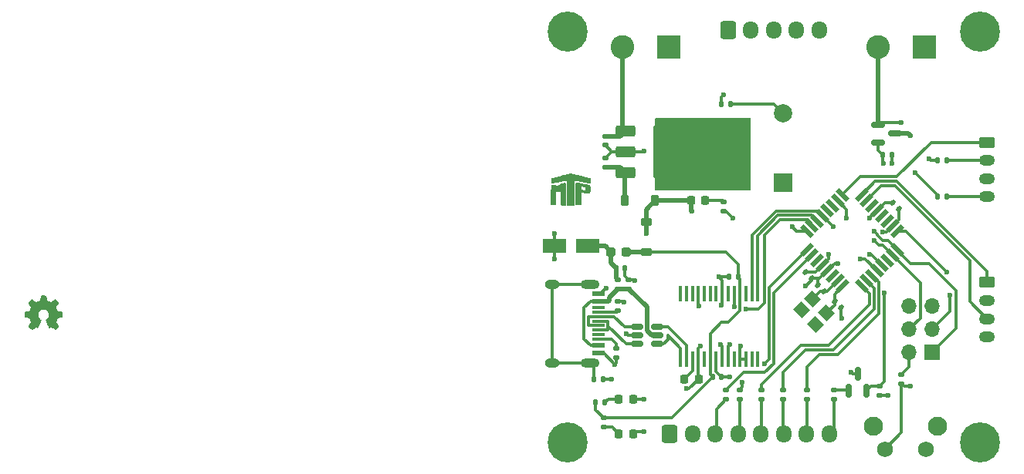
<source format=gtl>
%TF.GenerationSoftware,KiCad,Pcbnew,8.0.8-8.0.8-0~ubuntu24.04.1*%
%TF.CreationDate,2025-02-01T12:16:16-07:00*%
%TF.ProjectId,Control Board,436f6e74-726f-46c2-9042-6f6172642e6b,rev?*%
%TF.SameCoordinates,Original*%
%TF.FileFunction,Copper,L1,Top*%
%TF.FilePolarity,Positive*%
%FSLAX46Y46*%
G04 Gerber Fmt 4.6, Leading zero omitted, Abs format (unit mm)*
G04 Created by KiCad (PCBNEW 8.0.8-8.0.8-0~ubuntu24.04.1) date 2025-02-01 12:16:16*
%MOMM*%
%LPD*%
G01*
G04 APERTURE LIST*
G04 Aperture macros list*
%AMRoundRect*
0 Rectangle with rounded corners*
0 $1 Rounding radius*
0 $2 $3 $4 $5 $6 $7 $8 $9 X,Y pos of 4 corners*
0 Add a 4 corners polygon primitive as box body*
4,1,4,$2,$3,$4,$5,$6,$7,$8,$9,$2,$3,0*
0 Add four circle primitives for the rounded corners*
1,1,$1+$1,$2,$3*
1,1,$1+$1,$4,$5*
1,1,$1+$1,$6,$7*
1,1,$1+$1,$8,$9*
0 Add four rect primitives between the rounded corners*
20,1,$1+$1,$2,$3,$4,$5,0*
20,1,$1+$1,$4,$5,$6,$7,0*
20,1,$1+$1,$6,$7,$8,$9,0*
20,1,$1+$1,$8,$9,$2,$3,0*%
%AMRotRect*
0 Rectangle, with rotation*
0 The origin of the aperture is its center*
0 $1 length*
0 $2 width*
0 $3 Rotation angle, in degrees counterclockwise*
0 Add horizontal line*
21,1,$1,$2,0,0,$3*%
G04 Aperture macros list end*
%TA.AperFunction,EtchedComponent*%
%ADD10C,0.000000*%
%TD*%
%TA.AperFunction,SMDPad,CuDef*%
%ADD11RoundRect,0.135000X0.135000X0.185000X-0.135000X0.185000X-0.135000X-0.185000X0.135000X-0.185000X0*%
%TD*%
%TA.AperFunction,ComponentPad*%
%ADD12R,2.600000X2.600000*%
%TD*%
%TA.AperFunction,ComponentPad*%
%ADD13C,2.600000*%
%TD*%
%TA.AperFunction,ComponentPad*%
%ADD14RoundRect,0.250000X-0.625000X0.350000X-0.625000X-0.350000X0.625000X-0.350000X0.625000X0.350000X0*%
%TD*%
%TA.AperFunction,ComponentPad*%
%ADD15O,1.750000X1.200000*%
%TD*%
%TA.AperFunction,ComponentPad*%
%ADD16C,4.400000*%
%TD*%
%TA.AperFunction,SMDPad,CuDef*%
%ADD17RoundRect,0.140000X-0.170000X0.140000X-0.170000X-0.140000X0.170000X-0.140000X0.170000X0.140000X0*%
%TD*%
%TA.AperFunction,SMDPad,CuDef*%
%ADD18RoundRect,0.150000X0.150000X-0.587500X0.150000X0.587500X-0.150000X0.587500X-0.150000X-0.587500X0*%
%TD*%
%TA.AperFunction,SMDPad,CuDef*%
%ADD19RoundRect,0.135000X-0.135000X-0.185000X0.135000X-0.185000X0.135000X0.185000X-0.135000X0.185000X0*%
%TD*%
%TA.AperFunction,SMDPad,CuDef*%
%ADD20RoundRect,0.140000X-0.140000X-0.170000X0.140000X-0.170000X0.140000X0.170000X-0.140000X0.170000X0*%
%TD*%
%TA.AperFunction,SMDPad,CuDef*%
%ADD21R,1.450000X0.600000*%
%TD*%
%TA.AperFunction,SMDPad,CuDef*%
%ADD22R,1.450000X0.300000*%
%TD*%
%TA.AperFunction,HeatsinkPad*%
%ADD23O,2.100000X1.000000*%
%TD*%
%TA.AperFunction,HeatsinkPad*%
%ADD24O,1.600000X1.000000*%
%TD*%
%TA.AperFunction,SMDPad,CuDef*%
%ADD25RoundRect,0.250000X-0.850000X-0.350000X0.850000X-0.350000X0.850000X0.350000X-0.850000X0.350000X0*%
%TD*%
%TA.AperFunction,SMDPad,CuDef*%
%ADD26RoundRect,0.250000X-1.275000X-1.125000X1.275000X-1.125000X1.275000X1.125000X-1.275000X1.125000X0*%
%TD*%
%TA.AperFunction,SMDPad,CuDef*%
%ADD27RoundRect,0.249997X-2.950003X-2.650003X2.950003X-2.650003X2.950003X2.650003X-2.950003X2.650003X0*%
%TD*%
%TA.AperFunction,SMDPad,CuDef*%
%ADD28RoundRect,0.250000X1.050000X0.550000X-1.050000X0.550000X-1.050000X-0.550000X1.050000X-0.550000X0*%
%TD*%
%TA.AperFunction,SMDPad,CuDef*%
%ADD29RoundRect,0.135000X0.185000X-0.135000X0.185000X0.135000X-0.185000X0.135000X-0.185000X-0.135000X0*%
%TD*%
%TA.AperFunction,ComponentPad*%
%ADD30R,2.000000X2.000000*%
%TD*%
%TA.AperFunction,ComponentPad*%
%ADD31C,2.000000*%
%TD*%
%TA.AperFunction,SMDPad,CuDef*%
%ADD32R,0.450000X1.750000*%
%TD*%
%TA.AperFunction,SMDPad,CuDef*%
%ADD33RoundRect,0.135000X-0.185000X0.135000X-0.185000X-0.135000X0.185000X-0.135000X0.185000X0.135000X0*%
%TD*%
%TA.AperFunction,SMDPad,CuDef*%
%ADD34RoundRect,0.218750X0.218750X0.256250X-0.218750X0.256250X-0.218750X-0.256250X0.218750X-0.256250X0*%
%TD*%
%TA.AperFunction,SMDPad,CuDef*%
%ADD35RoundRect,0.237500X-0.287500X-0.237500X0.287500X-0.237500X0.287500X0.237500X-0.287500X0.237500X0*%
%TD*%
%TA.AperFunction,ComponentPad*%
%ADD36C,2.100000*%
%TD*%
%TA.AperFunction,ComponentPad*%
%ADD37C,1.750000*%
%TD*%
%TA.AperFunction,SMDPad,CuDef*%
%ADD38RoundRect,0.140000X0.219203X0.021213X0.021213X0.219203X-0.219203X-0.021213X-0.021213X-0.219203X0*%
%TD*%
%TA.AperFunction,ComponentPad*%
%ADD39R,1.700000X1.700000*%
%TD*%
%TA.AperFunction,ComponentPad*%
%ADD40O,1.700000X1.700000*%
%TD*%
%TA.AperFunction,ComponentPad*%
%ADD41RoundRect,0.250000X-0.600000X-0.725000X0.600000X-0.725000X0.600000X0.725000X-0.600000X0.725000X0*%
%TD*%
%TA.AperFunction,ComponentPad*%
%ADD42O,1.700000X1.950000*%
%TD*%
%TA.AperFunction,SMDPad,CuDef*%
%ADD43RoundRect,0.140000X-0.219203X-0.021213X-0.021213X-0.219203X0.219203X0.021213X0.021213X0.219203X0*%
%TD*%
%TA.AperFunction,SMDPad,CuDef*%
%ADD44RotRect,1.600000X0.550000X45.000000*%
%TD*%
%TA.AperFunction,SMDPad,CuDef*%
%ADD45RotRect,1.600000X0.550000X135.000000*%
%TD*%
%TA.AperFunction,SMDPad,CuDef*%
%ADD46RoundRect,0.140000X0.170000X-0.140000X0.170000X0.140000X-0.170000X0.140000X-0.170000X-0.140000X0*%
%TD*%
%TA.AperFunction,SMDPad,CuDef*%
%ADD47RoundRect,0.150000X-0.512500X-0.150000X0.512500X-0.150000X0.512500X0.150000X-0.512500X0.150000X0*%
%TD*%
%TA.AperFunction,SMDPad,CuDef*%
%ADD48RoundRect,0.147500X0.172500X-0.147500X0.172500X0.147500X-0.172500X0.147500X-0.172500X-0.147500X0*%
%TD*%
%TA.AperFunction,SMDPad,CuDef*%
%ADD49RoundRect,0.150000X-0.587500X-0.150000X0.587500X-0.150000X0.587500X0.150000X-0.587500X0.150000X0*%
%TD*%
%TA.AperFunction,SMDPad,CuDef*%
%ADD50RotRect,1.400000X1.200000X135.000000*%
%TD*%
%TA.AperFunction,SMDPad,CuDef*%
%ADD51RoundRect,0.225000X-0.375000X0.225000X-0.375000X-0.225000X0.375000X-0.225000X0.375000X0.225000X0*%
%TD*%
%TA.AperFunction,SMDPad,CuDef*%
%ADD52RoundRect,0.140000X0.140000X0.170000X-0.140000X0.170000X-0.140000X-0.170000X0.140000X-0.170000X0*%
%TD*%
%TA.AperFunction,SMDPad,CuDef*%
%ADD53RoundRect,0.225000X-0.225000X-0.250000X0.225000X-0.250000X0.225000X0.250000X-0.225000X0.250000X0*%
%TD*%
%TA.AperFunction,SMDPad,CuDef*%
%ADD54RoundRect,0.225000X0.225000X0.375000X-0.225000X0.375000X-0.225000X-0.375000X0.225000X-0.375000X0*%
%TD*%
%TA.AperFunction,ViaPad*%
%ADD55C,0.600000*%
%TD*%
%TA.AperFunction,Conductor*%
%ADD56C,0.300000*%
%TD*%
%TA.AperFunction,Conductor*%
%ADD57C,0.500000*%
%TD*%
G04 APERTURE END LIST*
D10*
%TA.AperFunction,EtchedComponent*%
%TO.C,G\u002A\u002A\u002A*%
G36*
X79905154Y-105033199D02*
G01*
X79958711Y-105034352D01*
X80251202Y-105041084D01*
X80299294Y-105310290D01*
X80320508Y-105419530D01*
X80341522Y-105511350D01*
X80359744Y-105575328D01*
X80371415Y-105600319D01*
X80410827Y-105623178D01*
X80478836Y-105652854D01*
X80561908Y-105684552D01*
X80646511Y-105713482D01*
X80719110Y-105734849D01*
X80766173Y-105743862D01*
X80774499Y-105743070D01*
X80805525Y-105725342D01*
X80866515Y-105686420D01*
X80947937Y-105632495D01*
X81019323Y-105584119D01*
X81234687Y-105436774D01*
X81433846Y-105634898D01*
X81512061Y-105714296D01*
X81575840Y-105782063D01*
X81618401Y-105830784D01*
X81633004Y-105852681D01*
X81620185Y-105879241D01*
X81585361Y-105936572D01*
X81533986Y-106016000D01*
X81477037Y-106100773D01*
X81321069Y-106329205D01*
X81377635Y-106442099D01*
X81417517Y-106528066D01*
X81452376Y-106613721D01*
X81462909Y-106643691D01*
X81473332Y-106676617D01*
X81484637Y-106701201D01*
X81503775Y-106720155D01*
X81537698Y-106736188D01*
X81593356Y-106752013D01*
X81677701Y-106770339D01*
X81797683Y-106793878D01*
X81897337Y-106813116D01*
X82053534Y-106843355D01*
X82053534Y-107130670D01*
X82053534Y-107417985D01*
X81800164Y-107468621D01*
X81672627Y-107495004D01*
X81585146Y-107516092D01*
X81530407Y-107534724D01*
X81501099Y-107553737D01*
X81489909Y-107575972D01*
X81488823Y-107589500D01*
X81479466Y-107626926D01*
X81454727Y-107694436D01*
X81419603Y-107778589D01*
X81412888Y-107793740D01*
X81336954Y-107963564D01*
X81484979Y-108177170D01*
X81545316Y-108265969D01*
X81593793Y-108340610D01*
X81624721Y-108392120D01*
X81633004Y-108410595D01*
X81616911Y-108434404D01*
X81573162Y-108484281D01*
X81508554Y-108552784D01*
X81434673Y-108627715D01*
X81236342Y-108825016D01*
X81012924Y-108677057D01*
X80789506Y-108529097D01*
X80679683Y-108582453D01*
X80614814Y-108610488D01*
X80569045Y-108623820D01*
X80556780Y-108622728D01*
X80544135Y-108597458D01*
X80516410Y-108534497D01*
X80476523Y-108440720D01*
X80427389Y-108323000D01*
X80371925Y-108188211D01*
X80359068Y-108156716D01*
X80174436Y-107703785D01*
X80306017Y-107587776D01*
X80422539Y-107464758D01*
X80494509Y-107338030D01*
X80525347Y-107200954D01*
X80527084Y-107158536D01*
X80510050Y-106993110D01*
X80455233Y-106851900D01*
X80389005Y-106758238D01*
X80263943Y-106645416D01*
X80121614Y-106576580D01*
X79966204Y-106552997D01*
X79801894Y-106575938D01*
X79794581Y-106578019D01*
X79644122Y-106645065D01*
X79523022Y-106746671D01*
X79435823Y-106876239D01*
X79387068Y-107027170D01*
X79380134Y-107179994D01*
X79397922Y-107298416D01*
X79434633Y-107399248D01*
X79496770Y-107493088D01*
X79590839Y-107590535D01*
X79678351Y-107665898D01*
X79730226Y-107708445D01*
X79539436Y-108163759D01*
X79481657Y-108301107D01*
X79430092Y-108422659D01*
X79387625Y-108521698D01*
X79357143Y-108591507D01*
X79341529Y-108625370D01*
X79340278Y-108627441D01*
X79315921Y-108622672D01*
X79262724Y-108601331D01*
X79221965Y-108582394D01*
X79112020Y-108528979D01*
X78948719Y-108637222D01*
X78863052Y-108693906D01*
X78785438Y-108745090D01*
X78730565Y-108781089D01*
X78724314Y-108785159D01*
X78697261Y-108801108D01*
X78673142Y-108805568D01*
X78644442Y-108793927D01*
X78603648Y-108761572D01*
X78543243Y-108703892D01*
X78465988Y-108626601D01*
X78388384Y-108547067D01*
X78325150Y-108479359D01*
X78283043Y-108430914D01*
X78268766Y-108409562D01*
X78281689Y-108383261D01*
X78316667Y-108326634D01*
X78368019Y-108248605D01*
X78416832Y-108177112D01*
X78564897Y-107963447D01*
X78502614Y-107823931D01*
X78466527Y-107738406D01*
X78437225Y-107660624D01*
X78423977Y-107618104D01*
X78403335Y-107563910D01*
X78381300Y-107535525D01*
X78347986Y-107524345D01*
X78278486Y-107506834D01*
X78183829Y-107485631D01*
X78101607Y-107468621D01*
X77848236Y-107417985D01*
X77848236Y-107130670D01*
X77848236Y-106843355D01*
X78004433Y-106813116D01*
X78151117Y-106784771D01*
X78257676Y-106763389D01*
X78331060Y-106746259D01*
X78378221Y-106730670D01*
X78406110Y-106713912D01*
X78421677Y-106693274D01*
X78431874Y-106666044D01*
X78438861Y-106643691D01*
X78467416Y-106567999D01*
X78506669Y-106478433D01*
X78525353Y-106439695D01*
X78583137Y-106324399D01*
X78425952Y-106098948D01*
X78363522Y-106007732D01*
X78312836Y-105930486D01*
X78279444Y-105875888D01*
X78268766Y-105853260D01*
X78284867Y-105829315D01*
X78328661Y-105779278D01*
X78393384Y-105710561D01*
X78469113Y-105633716D01*
X78669460Y-105434410D01*
X78900552Y-105592194D01*
X78993094Y-105654310D01*
X79071440Y-105704899D01*
X79126999Y-105738546D01*
X79150773Y-105749889D01*
X79192381Y-105740413D01*
X79260629Y-105716061D01*
X79342291Y-105682622D01*
X79424143Y-105645883D01*
X79492959Y-105611630D01*
X79535515Y-105585650D01*
X79542425Y-105578508D01*
X79554283Y-105541298D01*
X79571586Y-105469469D01*
X79591380Y-105375724D01*
X79600373Y-105329448D01*
X79619932Y-105228453D01*
X79637506Y-105142068D01*
X79650333Y-105083691D01*
X79653743Y-105070397D01*
X79663353Y-105052418D01*
X79685134Y-105040673D01*
X79727250Y-105034198D01*
X79797868Y-105032029D01*
X79905154Y-105033199D01*
G37*
%TD.AperFunction*%
%TA.AperFunction,EtchedComponent*%
%TO.C,REF\u002A\u002A*%
G36*
X138828696Y-91887890D02*
G01*
X138944269Y-91915779D01*
X139056524Y-91942887D01*
X139164846Y-91969064D01*
X139268622Y-91994162D01*
X139367238Y-92018031D01*
X139460079Y-92040523D01*
X139546533Y-92061488D01*
X139625985Y-92080776D01*
X139697821Y-92098240D01*
X139761428Y-92113730D01*
X139816191Y-92127097D01*
X139861497Y-92138191D01*
X139896731Y-92146864D01*
X139921281Y-92152966D01*
X139934532Y-92156349D01*
X139936802Y-92157010D01*
X139937335Y-92163624D01*
X139937931Y-92181520D01*
X139938568Y-92209354D01*
X139939222Y-92245780D01*
X139939871Y-92289453D01*
X139940489Y-92339029D01*
X139941056Y-92393163D01*
X139941255Y-92414914D01*
X139943500Y-92670470D01*
X139836167Y-92685754D01*
X139728834Y-92701039D01*
X138968034Y-92555316D01*
X138871473Y-92536823D01*
X138778075Y-92518939D01*
X138688621Y-92501815D01*
X138603894Y-92485600D01*
X138524673Y-92470442D01*
X138451741Y-92456492D01*
X138385878Y-92443899D01*
X138327866Y-92432811D01*
X138278487Y-92423380D01*
X138238521Y-92415753D01*
X138208750Y-92410080D01*
X138189955Y-92406512D01*
X138183267Y-92405257D01*
X138159300Y-92400921D01*
X138163767Y-93767588D01*
X138168235Y-95134254D01*
X138128406Y-95138417D01*
X138114483Y-95139230D01*
X138089995Y-95139952D01*
X138056230Y-95140585D01*
X138014476Y-95141127D01*
X137966022Y-95141578D01*
X137912155Y-95141939D01*
X137854164Y-95142210D01*
X137793337Y-95142390D01*
X137730962Y-95142480D01*
X137668327Y-95142480D01*
X137606720Y-95142390D01*
X137547431Y-95142209D01*
X137491745Y-95141937D01*
X137440953Y-95141576D01*
X137396342Y-95141124D01*
X137359200Y-95140582D01*
X137330816Y-95139950D01*
X137312477Y-95139227D01*
X137305471Y-95138414D01*
X137305468Y-95138411D01*
X137305089Y-95131791D01*
X137304757Y-95113121D01*
X137304472Y-95082977D01*
X137304234Y-95041938D01*
X137304043Y-94990580D01*
X137303899Y-94929480D01*
X137303803Y-94859215D01*
X137303753Y-94780363D01*
X137303751Y-94693501D01*
X137303796Y-94599205D01*
X137303888Y-94498054D01*
X137304027Y-94390623D01*
X137304213Y-94277490D01*
X137304446Y-94159233D01*
X137304727Y-94036428D01*
X137305054Y-93909653D01*
X137305429Y-93779484D01*
X137305461Y-93768775D01*
X137309624Y-92403308D01*
X137284901Y-92408813D01*
X137259010Y-92414443D01*
X137223156Y-92422034D01*
X137178276Y-92431399D01*
X137125305Y-92442349D01*
X137065180Y-92454697D01*
X136998837Y-92468256D01*
X136927211Y-92482838D01*
X136851238Y-92498255D01*
X136771855Y-92514319D01*
X136689996Y-92530842D01*
X136606598Y-92547638D01*
X136522597Y-92564518D01*
X136438929Y-92581295D01*
X136356530Y-92597780D01*
X136276335Y-92613787D01*
X136199280Y-92629127D01*
X136126301Y-92643613D01*
X136058335Y-92657058D01*
X135996317Y-92669273D01*
X135941182Y-92680070D01*
X135893868Y-92689263D01*
X135855309Y-92696663D01*
X135826441Y-92702083D01*
X135808202Y-92705336D01*
X135801715Y-92706255D01*
X135785407Y-92705329D01*
X135761440Y-92702858D01*
X135732400Y-92699232D01*
X135700873Y-92694839D01*
X135669443Y-92690069D01*
X135640695Y-92685311D01*
X135617216Y-92680955D01*
X135601591Y-92677390D01*
X135596462Y-92675345D01*
X135595581Y-92667969D01*
X135595012Y-92649650D01*
X135594727Y-92622037D01*
X135594702Y-92586779D01*
X135594911Y-92545525D01*
X135595327Y-92499923D01*
X135595925Y-92451623D01*
X135596679Y-92402274D01*
X135597563Y-92353524D01*
X135598551Y-92307022D01*
X135599617Y-92264418D01*
X135600736Y-92227359D01*
X135601881Y-92197495D01*
X135603027Y-92176475D01*
X135604148Y-92165948D01*
X135604470Y-92165088D01*
X135611002Y-92163041D01*
X135629145Y-92158042D01*
X135658272Y-92150256D01*
X135697755Y-92139843D01*
X135746967Y-92126965D01*
X135805281Y-92111786D01*
X135872070Y-92094466D01*
X135946707Y-92075168D01*
X136028565Y-92054054D01*
X136117016Y-92031286D01*
X136211433Y-92007026D01*
X136311190Y-91981437D01*
X136415660Y-91954680D01*
X136524214Y-91926917D01*
X136636226Y-91898311D01*
X136666030Y-91890707D01*
X137722797Y-91621118D01*
X138828696Y-91887890D01*
G37*
%TD.AperFunction*%
%TA.AperFunction,EtchedComponent*%
G36*
X139088477Y-92758890D02*
G01*
X139195439Y-92777612D01*
X139290708Y-92794297D01*
X139375018Y-92809132D01*
X139449108Y-92822300D01*
X139513712Y-92833988D01*
X139569568Y-92844380D01*
X139617411Y-92853662D01*
X139657979Y-92862020D01*
X139692007Y-92869638D01*
X139720232Y-92876702D01*
X139743391Y-92883396D01*
X139762218Y-92889907D01*
X139777452Y-92896420D01*
X139789828Y-92903119D01*
X139800082Y-92910191D01*
X139808952Y-92917819D01*
X139817173Y-92926191D01*
X139825482Y-92935490D01*
X139834614Y-92945902D01*
X139835433Y-92946822D01*
X139874860Y-93000063D01*
X139907277Y-93062982D01*
X139932246Y-93134476D01*
X139949327Y-93213441D01*
X139953549Y-93244237D01*
X139956998Y-93285286D01*
X139958739Y-93332397D01*
X139958877Y-93382803D01*
X139957515Y-93433739D01*
X139954757Y-93482439D01*
X139950708Y-93526137D01*
X139945469Y-93562066D01*
X139940874Y-93582078D01*
X139919394Y-93641620D01*
X139892589Y-93692134D01*
X139861094Y-93732842D01*
X139825545Y-93762965D01*
X139786577Y-93781727D01*
X139775272Y-93784807D01*
X139760097Y-93787338D01*
X139734948Y-93790478D01*
X139702447Y-93793945D01*
X139665215Y-93797458D01*
X139630972Y-93800335D01*
X139514169Y-93809569D01*
X139233209Y-93782499D01*
X139175073Y-93776929D01*
X139120926Y-93771800D01*
X139072037Y-93767228D01*
X139029675Y-93763330D01*
X138995108Y-93760221D01*
X138969603Y-93758017D01*
X138954429Y-93756834D01*
X138950585Y-93756689D01*
X138950408Y-93763042D01*
X138950373Y-93781128D01*
X138950472Y-93810052D01*
X138950698Y-93848920D01*
X138951043Y-93896839D01*
X138951500Y-93952914D01*
X138952062Y-94016251D01*
X138952722Y-94085957D01*
X138953471Y-94161137D01*
X138954304Y-94240897D01*
X138955213Y-94324343D01*
X138955226Y-94325569D01*
X138956176Y-94412230D01*
X138957084Y-94497477D01*
X138957940Y-94580161D01*
X138958734Y-94659134D01*
X138959454Y-94733249D01*
X138960089Y-94801357D01*
X138960630Y-94862311D01*
X138961065Y-94914963D01*
X138961383Y-94958165D01*
X138961574Y-94990768D01*
X138961627Y-95007875D01*
X138961720Y-95122561D01*
X138915946Y-95126026D01*
X138898413Y-95126897D01*
X138869991Y-95127757D01*
X138832418Y-95128591D01*
X138787433Y-95129384D01*
X138736774Y-95130118D01*
X138682179Y-95130780D01*
X138625386Y-95131352D01*
X138568134Y-95131820D01*
X138512162Y-95132167D01*
X138459207Y-95132379D01*
X138411007Y-95132438D01*
X138369302Y-95132330D01*
X138335830Y-95132039D01*
X138312328Y-95131550D01*
X138310570Y-95131488D01*
X138256064Y-95129482D01*
X138252286Y-94862964D01*
X138251830Y-94825063D01*
X138251367Y-94775501D01*
X138250900Y-94715245D01*
X138250435Y-94645261D01*
X138249974Y-94566515D01*
X138249524Y-94479974D01*
X138249087Y-94386605D01*
X138248668Y-94287373D01*
X138248272Y-94183245D01*
X138247903Y-94075189D01*
X138247565Y-93964169D01*
X138247263Y-93851153D01*
X138247000Y-93737107D01*
X138246811Y-93639920D01*
X138246032Y-93200584D01*
X138943743Y-93200584D01*
X138943794Y-93239786D01*
X138944102Y-93279653D01*
X138944654Y-93318193D01*
X138945437Y-93353413D01*
X138946440Y-93383321D01*
X138947650Y-93405922D01*
X138949054Y-93419225D01*
X138949890Y-93421842D01*
X138956943Y-93423591D01*
X138974631Y-93426486D01*
X139001036Y-93430295D01*
X139034242Y-93434783D01*
X139072331Y-93439715D01*
X139113386Y-93444858D01*
X139155491Y-93449978D01*
X139196728Y-93454840D01*
X139235181Y-93459211D01*
X139268931Y-93462856D01*
X139296063Y-93465540D01*
X139314659Y-93467031D01*
X139321601Y-93467238D01*
X139335031Y-93465476D01*
X139344418Y-93459655D01*
X139353180Y-93446839D01*
X139359483Y-93434725D01*
X139366984Y-93418118D01*
X139371643Y-93402279D01*
X139374079Y-93383420D01*
X139374907Y-93357753D01*
X139374905Y-93340019D01*
X139373991Y-93305631D01*
X139371287Y-93279516D01*
X139366156Y-93257376D01*
X139360169Y-93240375D01*
X139341581Y-93202125D01*
X139319067Y-93170217D01*
X139294592Y-93147215D01*
X139283719Y-93140582D01*
X139273204Y-93137403D01*
X139252332Y-93132764D01*
X139223239Y-93127024D01*
X139188065Y-93120540D01*
X139148946Y-93113671D01*
X139108020Y-93106775D01*
X139067426Y-93100209D01*
X139029302Y-93094332D01*
X138995785Y-93089502D01*
X138969013Y-93086078D01*
X138951125Y-93084416D01*
X138947775Y-93084315D01*
X138946356Y-93090294D01*
X138945255Y-93106904D01*
X138944461Y-93132150D01*
X138943961Y-93164042D01*
X138943743Y-93200584D01*
X138246032Y-93200584D01*
X138245116Y-92683395D01*
X138349774Y-92665616D01*
X138454433Y-92647836D01*
X139088477Y-92758890D01*
G37*
%TD.AperFunction*%
%TA.AperFunction,EtchedComponent*%
G36*
X137131206Y-92667861D02*
G01*
X137166732Y-92673730D01*
X137197872Y-92679384D01*
X137222492Y-92684395D01*
X137238461Y-92688334D01*
X137243575Y-92690428D01*
X137244000Y-92697156D01*
X137244372Y-92715761D01*
X137244692Y-92745502D01*
X137244961Y-92785633D01*
X137245183Y-92835412D01*
X137245357Y-92894094D01*
X137245487Y-92960935D01*
X137245573Y-93035192D01*
X137245617Y-93116121D01*
X137245621Y-93202978D01*
X137245587Y-93295019D01*
X137245516Y-93391501D01*
X137245410Y-93491680D01*
X137245271Y-93594811D01*
X137245100Y-93700151D01*
X137244899Y-93806956D01*
X137244669Y-93914483D01*
X137244413Y-94021988D01*
X137244132Y-94128726D01*
X137243828Y-94233954D01*
X137243502Y-94336929D01*
X137243155Y-94436906D01*
X137242791Y-94533141D01*
X137242410Y-94624892D01*
X137242014Y-94711413D01*
X137241605Y-94791961D01*
X137241184Y-94865793D01*
X137240753Y-94932164D01*
X137240314Y-94990331D01*
X137239869Y-95039550D01*
X137239418Y-95079077D01*
X137238965Y-95108168D01*
X137238509Y-95126080D01*
X137238078Y-95132063D01*
X137230458Y-95133518D01*
X137211645Y-95134788D01*
X137183072Y-95135856D01*
X137146173Y-95136710D01*
X137102379Y-95137334D01*
X137053126Y-95137715D01*
X136999845Y-95137838D01*
X136943969Y-95137689D01*
X136886933Y-95137254D01*
X136830169Y-95136518D01*
X136815064Y-95136266D01*
X136635123Y-95133109D01*
X136636678Y-94678523D01*
X136637020Y-94590647D01*
X136637465Y-94496350D01*
X136637995Y-94398032D01*
X136638595Y-94298088D01*
X136639250Y-94198918D01*
X136639943Y-94102919D01*
X136640658Y-94012490D01*
X136641381Y-93930027D01*
X136642055Y-93861681D01*
X136645878Y-93499425D01*
X136581773Y-93552310D01*
X136555372Y-93573892D01*
X136530237Y-93594090D01*
X136509129Y-93610706D01*
X136494813Y-93621540D01*
X136494317Y-93621896D01*
X136470967Y-93638598D01*
X136360477Y-93627946D01*
X136249988Y-93617295D01*
X136184888Y-93577430D01*
X136159649Y-93562252D01*
X136138592Y-93550118D01*
X136123867Y-93542227D01*
X136117623Y-93539782D01*
X136117584Y-93539811D01*
X136117238Y-93546284D01*
X136116767Y-93564623D01*
X136116183Y-93594068D01*
X136115496Y-93633859D01*
X136114716Y-93683236D01*
X136113855Y-93741439D01*
X136112924Y-93807707D01*
X136111932Y-93881279D01*
X136110891Y-93961397D01*
X136109811Y-94047300D01*
X136108703Y-94138227D01*
X136107578Y-94233418D01*
X136106488Y-94328438D01*
X136105335Y-94427133D01*
X136104153Y-94522371D01*
X136102953Y-94613385D01*
X136101750Y-94699407D01*
X136100555Y-94779670D01*
X136099382Y-94853408D01*
X136098244Y-94919853D01*
X136097155Y-94978238D01*
X136096127Y-95027796D01*
X136095174Y-95067760D01*
X136094308Y-95097363D01*
X136093543Y-95115837D01*
X136092920Y-95122386D01*
X136088413Y-95124361D01*
X136077003Y-95125996D01*
X136057864Y-95127314D01*
X136030167Y-95128337D01*
X135993085Y-95129089D01*
X135945792Y-95129594D01*
X135887459Y-95129873D01*
X135823441Y-95129952D01*
X135558638Y-95129952D01*
X135558775Y-95005257D01*
X135558899Y-94977599D01*
X135559214Y-94939589D01*
X135559706Y-94892027D01*
X135560363Y-94835713D01*
X135561172Y-94771448D01*
X135562119Y-94700033D01*
X135563192Y-94622268D01*
X135564378Y-94538953D01*
X135565663Y-94450890D01*
X135567035Y-94358879D01*
X135568481Y-94263720D01*
X135569988Y-94166215D01*
X135571542Y-94067163D01*
X135573131Y-93967365D01*
X135574742Y-93867622D01*
X135576362Y-93768734D01*
X135577977Y-93671503D01*
X135579575Y-93576728D01*
X135581143Y-93485210D01*
X135582668Y-93397750D01*
X135584136Y-93315148D01*
X135585535Y-93238205D01*
X135586852Y-93167721D01*
X135588074Y-93104498D01*
X135589188Y-93049335D01*
X135590180Y-93003033D01*
X135591039Y-92966393D01*
X135591750Y-92940215D01*
X135592301Y-92925300D01*
X135592585Y-92921989D01*
X135599447Y-92919955D01*
X135616986Y-92915979D01*
X135643465Y-92910420D01*
X135677144Y-92903637D01*
X135716285Y-92895989D01*
X135746134Y-92890288D01*
X135896421Y-92861848D01*
X136006910Y-92875792D01*
X136117400Y-92889736D01*
X136220322Y-92946404D01*
X136253073Y-92964183D01*
X136282107Y-92979460D01*
X136305597Y-92991315D01*
X136321718Y-92998827D01*
X136328634Y-93001076D01*
X136334531Y-92996583D01*
X136348761Y-92984762D01*
X136370163Y-92966607D01*
X136397574Y-92943112D01*
X136429830Y-92915274D01*
X136465771Y-92884086D01*
X136489588Y-92863335D01*
X136527519Y-92830372D01*
X136562763Y-92799999D01*
X136594107Y-92773242D01*
X136620339Y-92751127D01*
X136640246Y-92734680D01*
X136652614Y-92724926D01*
X136655922Y-92722708D01*
X136664724Y-92720320D01*
X136684267Y-92715987D01*
X136712873Y-92710050D01*
X136748863Y-92702849D01*
X136790560Y-92694724D01*
X136836284Y-92686015D01*
X136845107Y-92684357D01*
X137023523Y-92650888D01*
X137131206Y-92667861D01*
G37*
%TD.AperFunction*%
%TD*%
D11*
%TO.P,R5,1*%
%TO.N,/Microcontroller/RXL_A*%
X141510000Y-116800000D03*
%TO.P,R5,2*%
%TO.N,VBUS*%
X140490000Y-116800000D03*
%TD*%
D12*
%TO.P,J1,1,Pin_1*%
%TO.N,GND*%
X148480000Y-77695000D03*
D13*
%TO.P,J1,2,Pin_2*%
%TO.N,+9V*%
X143400000Y-77695000D03*
%TD*%
D14*
%TO.P,J7,1,Pin_1*%
%TO.N,BTN2*%
X183400000Y-103600000D03*
D15*
%TO.P,J7,2,Pin_2*%
%TO.N,GND*%
X183400000Y-105600000D03*
%TO.P,J7,3,Pin_3*%
%TO.N,BTN1*%
X183400000Y-107600000D03*
%TO.P,J7,4,Pin_4*%
%TO.N,GND*%
X183400000Y-109600000D03*
%TD*%
D16*
%TO.P,H3,1,1*%
%TO.N,GND*%
X182600000Y-76000000D03*
%TD*%
D17*
%TO.P,C15,1*%
%TO.N,GND*%
X141521573Y-89941573D03*
%TO.P,C15,2*%
%TO.N,+5V*%
X141521573Y-90901573D03*
%TD*%
D18*
%TO.P,Q4,1,D*%
%TO.N,Net-(Q4-D)*%
X168250000Y-115537500D03*
%TO.P,Q4,2,G*%
%TO.N,IDE_A3*%
X170150000Y-115537500D03*
%TO.P,Q4,3,S*%
%TO.N,GND*%
X169200000Y-113662500D03*
%TD*%
D19*
%TO.P,R16,1*%
%TO.N,AVR_SSR1*%
X171952500Y-89600000D03*
%TO.P,R16,2*%
%TO.N,GND*%
X172972500Y-89600000D03*
%TD*%
D20*
%TO.P,C1,1*%
%TO.N,GND*%
X155120000Y-103000000D03*
%TO.P,C1,2*%
%TO.N,VBUS*%
X156080000Y-103000000D03*
%TD*%
D21*
%TO.P,J2,A1,GND*%
%TO.N,GND*%
X140766573Y-104841573D03*
%TO.P,J2,A4,VBUS*%
%TO.N,/Power Supply and USB/VBUS_IN*%
X140766573Y-105641573D03*
D22*
%TO.P,J2,A5,CC1*%
%TO.N,/Power Supply and USB/CC1*%
X140766573Y-106841573D03*
%TO.P,J2,A6,D+*%
%TO.N,/Power Supply and USB/D+_IN*%
X140766573Y-107841573D03*
%TO.P,J2,A7,D-*%
%TO.N,/Power Supply and USB/D-_IN*%
X140766573Y-108341573D03*
%TO.P,J2,A8*%
%TO.N,N/C*%
X140766573Y-109341573D03*
D21*
%TO.P,J2,A9,VBUS*%
%TO.N,/Power Supply and USB/VBUS_IN*%
X140766573Y-110541573D03*
%TO.P,J2,A12,GND*%
%TO.N,GND*%
X140766573Y-111341573D03*
%TO.P,J2,B1,GND*%
X140766573Y-111341573D03*
%TO.P,J2,B4,VBUS*%
%TO.N,/Power Supply and USB/VBUS_IN*%
X140766573Y-110541573D03*
D22*
%TO.P,J2,B5,CC2*%
%TO.N,/Power Supply and USB/CC2*%
X140766573Y-109841573D03*
%TO.P,J2,B6,D+*%
%TO.N,/Power Supply and USB/D+_IN*%
X140766573Y-108841573D03*
%TO.P,J2,B7,D-*%
%TO.N,/Power Supply and USB/D-_IN*%
X140766573Y-107341573D03*
%TO.P,J2,B8*%
%TO.N,N/C*%
X140766573Y-106341573D03*
D21*
%TO.P,J2,B9,VBUS*%
%TO.N,/Power Supply and USB/VBUS_IN*%
X140766573Y-105641573D03*
%TO.P,J2,B12,GND*%
%TO.N,GND*%
X140766573Y-104841573D03*
D23*
%TO.P,J2,S1,SHIELD*%
%TO.N,Net-(J2-SHIELD)*%
X139851573Y-103771573D03*
D24*
X135671573Y-103771573D03*
D23*
X139851573Y-112411573D03*
D24*
X135671573Y-112411573D03*
%TD*%
D25*
%TO.P,U1,1,IN*%
%TO.N,+9V*%
X143721573Y-86941573D03*
%TO.P,U1,2,GND*%
%TO.N,GND*%
X143721573Y-89221573D03*
D26*
X148346573Y-87696573D03*
X148346573Y-90746573D03*
D27*
X150021573Y-89221573D03*
D26*
X151696573Y-87696573D03*
X151696573Y-90746573D03*
D25*
%TO.P,U1,3,OUT*%
%TO.N,+5V*%
X143721573Y-91501573D03*
%TD*%
D14*
%TO.P,J5,1,Pin_1*%
%TO.N,HI_HEAT_LED*%
X183400000Y-88200000D03*
D15*
%TO.P,J5,2,Pin_2*%
%TO.N,HI_HEAT_K*%
X183400000Y-90200000D03*
%TO.P,J5,3,Pin_3*%
%TO.N,+9V*%
X183400000Y-92200000D03*
%TO.P,J5,4,Pin_4*%
%TO.N,/Connectors/SSR1_LED_K*%
X183400000Y-94200000D03*
%TD*%
D12*
%TO.P,J8,1,Pin_1*%
%TO.N,+9V*%
X176545000Y-77695000D03*
D13*
%TO.P,J8,2,Pin_2*%
%TO.N,Net-(J8-Pin_2)*%
X171465000Y-77695000D03*
%TD*%
D11*
%TO.P,R13,1*%
%TO.N,HI_HEAT_K*%
X179000000Y-90200000D03*
%TO.P,R13,2*%
%TO.N,GND*%
X177980000Y-90200000D03*
%TD*%
D28*
%TO.P,C13,1*%
%TO.N,Net-(C13-Pad1)*%
X139600000Y-99621573D03*
%TO.P,C13,2*%
%TO.N,GND*%
X136000000Y-99621573D03*
%TD*%
D29*
%TO.P,R1,1*%
%TO.N,GND*%
X142721573Y-111841573D03*
%TO.P,R1,2*%
%TO.N,/Power Supply and USB/CC2*%
X142721573Y-110821573D03*
%TD*%
D30*
%TO.P,BZ1,1,+*%
%TO.N,/Microcontroller/BUZZER*%
X161000000Y-92600000D03*
D31*
%TO.P,BZ1,2,-*%
%TO.N,Net-(BZ1--)*%
X161000000Y-85000000D03*
%TD*%
D32*
%TO.P,U3,1,TXD*%
%TO.N,/Microcontroller/AVR_RX*%
X158250000Y-104800000D03*
%TO.P,U3,2,DTR*%
%TO.N,AVR_RST*%
X157600000Y-104800000D03*
%TO.P,U3,3,RTS*%
%TO.N,unconnected-(U3-RTS-Pad3)*%
X156950000Y-104800000D03*
%TO.P,U3,4,VCCIO*%
%TO.N,VBUS*%
X156300000Y-104800000D03*
%TO.P,U3,5,RXD*%
%TO.N,/Microcontroller/AVR_TX*%
X155650000Y-104800000D03*
%TO.P,U3,6,RI*%
%TO.N,unconnected-(U3-RI-Pad6)*%
X155000000Y-104800000D03*
%TO.P,U3,7,GND*%
%TO.N,GND*%
X154350000Y-104800000D03*
%TO.P,U3,8*%
%TO.N,N/C*%
X153700000Y-104800000D03*
%TO.P,U3,9,DCR*%
%TO.N,unconnected-(U3-DCR-Pad9)*%
X153050000Y-104800000D03*
%TO.P,U3,10,DCD*%
%TO.N,unconnected-(U3-DCD-Pad10)*%
X152400000Y-104800000D03*
%TO.P,U3,11,CTS*%
%TO.N,GND*%
X151750000Y-104800000D03*
%TO.P,U3,12,CBUS4*%
%TO.N,unconnected-(U3-CBUS4-Pad12)*%
X151100000Y-104800000D03*
%TO.P,U3,13,CBUS2*%
%TO.N,unconnected-(U3-CBUS2-Pad13)*%
X150450000Y-104800000D03*
%TO.P,U3,14,CBUS3*%
%TO.N,unconnected-(U3-CBUS3-Pad14)*%
X149800000Y-104800000D03*
%TO.P,U3,15,USBD+*%
%TO.N,USB_DP*%
X149800000Y-112000000D03*
%TO.P,U3,16,USBD-*%
%TO.N,USB_DM*%
X150450000Y-112000000D03*
%TO.P,U3,17,3V3OUT*%
%TO.N,+3V3*%
X151100000Y-112000000D03*
%TO.P,U3,18,GND*%
%TO.N,GND*%
X151750000Y-112000000D03*
%TO.P,U3,19,~{RESET}*%
%TO.N,unconnected-(U3-~{RESET}-Pad19)*%
X152400000Y-112000000D03*
%TO.P,U3,20,VCC*%
%TO.N,VBUS*%
X153050000Y-112000000D03*
%TO.P,U3,21,GND*%
%TO.N,GND*%
X153700000Y-112000000D03*
%TO.P,U3,22,CBUS1*%
%TO.N,/Microcontroller/RXL_K*%
X154350000Y-112000000D03*
%TO.P,U3,23,CBUS0*%
%TO.N,/Microcontroller/TXL_K*%
X155000000Y-112000000D03*
%TO.P,U3,24*%
%TO.N,N/C*%
X155650000Y-112000000D03*
%TO.P,U3,25,AGND*%
%TO.N,GND*%
X156300000Y-112000000D03*
%TO.P,U3,26,TEST*%
X156950000Y-112000000D03*
%TO.P,U3,27,OSCI*%
%TO.N,unconnected-(U3-OSCI-Pad27)*%
X157600000Y-112000000D03*
%TO.P,U3,28,OSCO*%
%TO.N,unconnected-(U3-OSCO-Pad28)*%
X158250000Y-112000000D03*
%TD*%
D33*
%TO.P,R21,1*%
%TO.N,Net-(U5-PD6)*%
X161050000Y-115427500D03*
%TO.P,R21,2*%
%TO.N,LCD_DIN*%
X161050000Y-116447500D03*
%TD*%
D17*
%TO.P,C4,1*%
%TO.N,GND*%
X144121573Y-103341573D03*
%TO.P,C4,2*%
%TO.N,/Power Supply and USB/VBUS_IN*%
X144121573Y-104301573D03*
%TD*%
D34*
%TO.P,D8,1,K*%
%TO.N,Net-(D8-K)*%
X152509073Y-94621573D03*
%TO.P,D8,2,A*%
%TO.N,VCC*%
X150934073Y-94621573D03*
%TD*%
D33*
%TO.P,R19,1*%
%TO.N,Net-(U5-PD4)*%
X154800000Y-115427500D03*
%TO.P,R19,2*%
%TO.N,LCD_CS*%
X154800000Y-116447500D03*
%TD*%
D34*
%TO.P,D2,1,K*%
%TO.N,/Microcontroller/TXL_K*%
X144587500Y-120200000D03*
%TO.P,D2,2,A*%
%TO.N,/Microcontroller/TXL_A*%
X143012500Y-120200000D03*
%TD*%
D35*
%TO.P,F2,1*%
%TO.N,Net-(C13-Pad1)*%
X142125000Y-100221573D03*
%TO.P,F2,2*%
%TO.N,VBUS*%
X143875000Y-100221573D03*
%TD*%
D36*
%TO.P,SW1,*%
%TO.N,*%
X177950000Y-119400000D03*
X170940000Y-119400000D03*
D37*
%TO.P,SW1,1,1*%
%TO.N,GND*%
X176700000Y-121890000D03*
%TO.P,SW1,2,2*%
%TO.N,AVR_RST*%
X172200000Y-121890000D03*
%TD*%
D38*
%TO.P,C9,1*%
%TO.N,GND*%
X167339411Y-106339411D03*
%TO.P,C9,2*%
%TO.N,/Microcontroller/XTAL2*%
X166660589Y-105660589D03*
%TD*%
D39*
%TO.P,J6,1,Pin_1*%
%TO.N,TC_DAT*%
X177400000Y-111280000D03*
D40*
%TO.P,J6,2,Pin_2*%
%TO.N,VCC*%
X174860000Y-111280000D03*
%TO.P,J6,3,Pin_3*%
%TO.N,ICSP_13*%
X177400000Y-108740000D03*
%TO.P,J6,4,Pin_4*%
%TO.N,TC_CS*%
X174860000Y-108740000D03*
%TO.P,J6,5,Pin_5*%
%TO.N,AVR_RST*%
X177400000Y-106200000D03*
%TO.P,J6,6,Pin_6*%
%TO.N,GND*%
X174860000Y-106200000D03*
%TD*%
D41*
%TO.P,J3,1,Pin_1*%
%TO.N,GND*%
X155000000Y-75896573D03*
D42*
%TO.P,J3,2,Pin_2*%
%TO.N,VCC*%
X157500000Y-75896573D03*
%TO.P,J3,3,Pin_3*%
%TO.N,TC_CLK*%
X160000000Y-75896573D03*
%TO.P,J3,4,Pin_4*%
%TO.N,TC_CS*%
X162500000Y-75896573D03*
%TO.P,J3,5,Pin_5*%
%TO.N,TC_DAT*%
X165000000Y-75896573D03*
%TD*%
D43*
%TO.P,C7,1*%
%TO.N,GND*%
X173060589Y-94860589D03*
%TO.P,C7,2*%
%TO.N,VCC*%
X173739411Y-95539411D03*
%TD*%
D41*
%TO.P,J4,1,Pin_1*%
%TO.N,VCC*%
X148600000Y-120200000D03*
D42*
%TO.P,J4,2,Pin_2*%
%TO.N,GND*%
X151100000Y-120200000D03*
%TO.P,J4,3,Pin_3*%
%TO.N,LCD_CS*%
X153600000Y-120200000D03*
%TO.P,J4,4,Pin_4*%
%TO.N,LCD_RST*%
X156100000Y-120200000D03*
%TO.P,J4,5,Pin_5*%
%TO.N,LCD_DC*%
X158600000Y-120200000D03*
%TO.P,J4,6,Pin_6*%
%TO.N,LCD_DIN*%
X161100000Y-120200000D03*
%TO.P,J4,7,Pin_7*%
%TO.N,LCD_CLK*%
X163600000Y-120200000D03*
%TO.P,J4,8,Pin_8*%
%TO.N,/Connectors/LCD_BL*%
X166100000Y-120200000D03*
%TD*%
D44*
%TO.P,U5,1,PD3*%
%TO.N,Net-(U5-PD3)*%
X163614897Y-100025305D03*
%TO.P,U5,2,PD4*%
%TO.N,Net-(U5-PD4)*%
X164180583Y-100590990D03*
%TO.P,U5,3,PE0*%
%TO.N,unconnected-(U5-PE0-Pad3)*%
X164746268Y-101156676D03*
%TO.P,U5,4,VCC*%
%TO.N,VCC*%
X165311953Y-101722361D03*
%TO.P,U5,5,GND*%
%TO.N,GND*%
X165877639Y-102288047D03*
%TO.P,U5,6,PE1*%
%TO.N,unconnected-(U5-PE1-Pad6)*%
X166443324Y-102853732D03*
%TO.P,U5,7,XTAL1/PB6*%
%TO.N,/Microcontroller/XTAL1*%
X167009010Y-103419417D03*
%TO.P,U5,8,XTAL2/PB7*%
%TO.N,/Microcontroller/XTAL2*%
X167574695Y-103985103D03*
D45*
%TO.P,U5,9,PD5*%
%TO.N,Net-(U5-PD5)*%
X169625305Y-103985103D03*
%TO.P,U5,10,PD6*%
%TO.N,Net-(U5-PD6)*%
X170190990Y-103419417D03*
%TO.P,U5,11,PD7*%
%TO.N,Net-(U5-PD7)*%
X170756676Y-102853732D03*
%TO.P,U5,12,PB0*%
%TO.N,TC_CLK*%
X171322361Y-102288047D03*
%TO.P,U5,13,PB1*%
%TO.N,AVR_SSR1*%
X171888047Y-101722361D03*
%TO.P,U5,14,PB2*%
%TO.N,unconnected-(U5-PB2-Pad14)*%
X172453732Y-101156676D03*
%TO.P,U5,15,PB3*%
%TO.N,TC_CS*%
X173019417Y-100590990D03*
%TO.P,U5,16,PB4*%
%TO.N,TC_DAT*%
X173585103Y-100025305D03*
D44*
%TO.P,U5,17,PB5*%
%TO.N,ICSP_13*%
X173585103Y-97974695D03*
%TO.P,U5,18,AVCC*%
%TO.N,VCC*%
X173019417Y-97409010D03*
%TO.P,U5,19,PE2*%
%TO.N,unconnected-(U5-PE2-Pad19)*%
X172453732Y-96843324D03*
%TO.P,U5,20,AREF*%
%TO.N,unconnected-(U5-AREF-Pad20)*%
X171888047Y-96277639D03*
%TO.P,U5,21,GND*%
%TO.N,GND*%
X171322361Y-95711953D03*
%TO.P,U5,22,PE3*%
%TO.N,unconnected-(U5-PE3-Pad22)*%
X170756676Y-95146268D03*
%TO.P,U5,23,PC0*%
%TO.N,BTN1*%
X170190990Y-94580583D03*
%TO.P,U5,24,PC1*%
%TO.N,BTN2*%
X169625305Y-94014897D03*
D45*
%TO.P,U5,25,PC2*%
%TO.N,HI_HEAT_LED*%
X167574695Y-94014897D03*
%TO.P,U5,26,PC3*%
%TO.N,IDE_A3*%
X167009010Y-94580583D03*
%TO.P,U5,27,PC4*%
%TO.N,unconnected-(U5-PC4-Pad27)*%
X166443324Y-95146268D03*
%TO.P,U5,28,PC5*%
%TO.N,unconnected-(U5-PC5-Pad28)*%
X165877639Y-95711953D03*
%TO.P,U5,29,~{RESET}/PC6*%
%TO.N,AVR_RST*%
X165311953Y-96277639D03*
%TO.P,U5,30,PD0*%
%TO.N,/Microcontroller/AVR_RX*%
X164746268Y-96843324D03*
%TO.P,U5,31,PD1*%
%TO.N,/Microcontroller/AVR_TX*%
X164180583Y-97409010D03*
%TO.P,U5,32,PD2*%
%TO.N,/Microcontroller/BUZZER*%
X163614897Y-97974695D03*
%TD*%
D46*
%TO.P,C16,1*%
%TO.N,GND*%
X141521573Y-88501573D03*
%TO.P,C16,2*%
%TO.N,+9V*%
X141521573Y-87541573D03*
%TD*%
D29*
%TO.P,R7,1*%
%TO.N,/Connectors/LCD_BL*%
X166650000Y-116447500D03*
%TO.P,R7,2*%
%TO.N,Net-(Q4-D)*%
X166650000Y-115427500D03*
%TD*%
%TO.P,R14,1*%
%TO.N,AVR_RST*%
X174000000Y-114710000D03*
%TO.P,R14,2*%
%TO.N,VCC*%
X174000000Y-113690000D03*
%TD*%
D33*
%TO.P,R20,1*%
%TO.N,Net-(U5-PD5)*%
X158650000Y-115427500D03*
%TO.P,R20,2*%
%TO.N,LCD_DC*%
X158650000Y-116447500D03*
%TD*%
D47*
%TO.P,U2,1,I/O1*%
%TO.N,/Power Supply and USB/D-_IN*%
X144984073Y-108471573D03*
%TO.P,U2,2,GND*%
%TO.N,GND*%
X144984073Y-109421573D03*
%TO.P,U2,3,I/O2*%
%TO.N,/Power Supply and USB/D+_IN*%
X144984073Y-110371573D03*
%TO.P,U2,4,I/O2*%
%TO.N,USB_DP*%
X147259073Y-110371573D03*
%TO.P,U2,5,VBUS*%
%TO.N,/Power Supply and USB/VBUS_IN*%
X147259073Y-109421573D03*
%TO.P,U2,6,I/O1*%
%TO.N,USB_DM*%
X147259073Y-108471573D03*
%TD*%
D33*
%TO.P,R18,1*%
%TO.N,Net-(U5-PD3)*%
X156250000Y-115427500D03*
%TO.P,R18,2*%
%TO.N,LCD_RST*%
X156250000Y-116447500D03*
%TD*%
D34*
%TO.P,D3,1,K*%
%TO.N,/Microcontroller/RXL_K*%
X144587500Y-116400000D03*
%TO.P,D3,2,A*%
%TO.N,/Microcontroller/RXL_A*%
X143012500Y-116400000D03*
%TD*%
D16*
%TO.P,H4,1,1*%
%TO.N,GND*%
X182600000Y-121200000D03*
%TD*%
D29*
%TO.P,R4,1*%
%TO.N,/Microcontroller/TXL_A*%
X141400000Y-119510000D03*
%TO.P,R4,2*%
%TO.N,VBUS*%
X141400000Y-118490000D03*
%TD*%
D33*
%TO.P,R9,1*%
%TO.N,Net-(D8-K)*%
X154521573Y-94711573D03*
%TO.P,R9,2*%
%TO.N,GND*%
X154521573Y-95731573D03*
%TD*%
D48*
%TO.P,FB2,1*%
%TO.N,/Power Supply and USB/VBUS_IN*%
X142921573Y-104306573D03*
%TO.P,FB2,2*%
%TO.N,Net-(C13-Pad1)*%
X142921573Y-103336573D03*
%TD*%
D49*
%TO.P,Q3,1,D*%
%TO.N,Net-(J8-Pin_2)*%
X171462500Y-86300000D03*
%TO.P,Q3,2,G*%
%TO.N,AVR_SSR1*%
X171462500Y-88200000D03*
%TO.P,Q3,3,S*%
%TO.N,GND*%
X173337500Y-87250000D03*
%TD*%
D50*
%TO.P,Y2,1,1*%
%TO.N,/Microcontroller/XTAL2*%
X165778858Y-106976777D03*
%TO.P,Y2,2,2*%
%TO.N,/Microcontroller/XTAL1*%
X164223223Y-105421142D03*
%TO.P,Y2,3*%
%TO.N,N/C*%
X163021142Y-106623223D03*
%TO.P,Y2,4*%
X164576777Y-108178858D03*
%TD*%
D51*
%TO.P,D6,1,K*%
%TO.N,VCC*%
X146000000Y-96950000D03*
%TO.P,D6,2,A*%
%TO.N,VBUS*%
X146000000Y-100250000D03*
%TD*%
D52*
%TO.P,C2,1*%
%TO.N,GND*%
X154280000Y-114000000D03*
%TO.P,C2,2*%
%TO.N,VBUS*%
X153320000Y-114000000D03*
%TD*%
D53*
%TO.P,C12,1*%
%TO.N,+3V3*%
X150225000Y-114200000D03*
%TO.P,C12,2*%
%TO.N,GND*%
X151775000Y-114200000D03*
%TD*%
D52*
%TO.P,C5,1*%
%TO.N,GND*%
X143680000Y-102021573D03*
%TO.P,C5,2*%
%TO.N,Net-(C13-Pad1)*%
X142720000Y-102021573D03*
%TD*%
D16*
%TO.P,H1,1,1*%
%TO.N,GND*%
X137400000Y-76000000D03*
%TD*%
D11*
%TO.P,R17,1*%
%TO.N,/Connectors/SSR1_LED_K*%
X179000000Y-94200000D03*
%TO.P,R17,2*%
%TO.N,Net-(J8-Pin_2)*%
X177980000Y-94200000D03*
%TD*%
D43*
%TO.P,C8,1*%
%TO.N,GND*%
X164860589Y-103860589D03*
%TO.P,C8,2*%
%TO.N,/Microcontroller/XTAL1*%
X165539411Y-104539411D03*
%TD*%
D33*
%TO.P,R2,1*%
%TO.N,GND*%
X142921573Y-105711573D03*
%TO.P,R2,2*%
%TO.N,/Power Supply and USB/CC1*%
X142921573Y-106731573D03*
%TD*%
D16*
%TO.P,H2,1,1*%
%TO.N,GND*%
X137400000Y-121200000D03*
%TD*%
D33*
%TO.P,R6,1*%
%TO.N,IDE_A3*%
X171600000Y-114990000D03*
%TO.P,R6,2*%
%TO.N,GND*%
X171600000Y-116010000D03*
%TD*%
D19*
%TO.P,R15,1*%
%TO.N,GND*%
X154290000Y-84000000D03*
%TO.P,R15,2*%
%TO.N,Net-(BZ1--)*%
X155310000Y-84000000D03*
%TD*%
%TO.P,R8,1*%
%TO.N,Net-(J2-SHIELD)*%
X140290000Y-114200000D03*
%TO.P,R8,2*%
%TO.N,GND*%
X141310000Y-114200000D03*
%TD*%
D38*
%TO.P,C6,1*%
%TO.N,GND*%
X164139411Y-103139411D03*
%TO.P,C6,2*%
%TO.N,VCC*%
X163460589Y-102460589D03*
%TD*%
D33*
%TO.P,R22,1*%
%TO.N,Net-(U5-PD7)*%
X163650000Y-115427500D03*
%TO.P,R22,2*%
%TO.N,LCD_CLK*%
X163650000Y-116447500D03*
%TD*%
D54*
%TO.P,D7,1,K*%
%TO.N,VCC*%
X146971573Y-94621573D03*
%TO.P,D7,2,A*%
%TO.N,+5V*%
X143671573Y-94621573D03*
%TD*%
D55*
%TO.N,GND*%
X154000000Y-103000000D03*
X155000000Y-93000000D03*
X156000000Y-93000000D03*
X154000000Y-93000000D03*
X157000000Y-92000000D03*
X157000000Y-93000000D03*
X155000000Y-92000000D03*
X156000000Y-92000000D03*
X154000000Y-92000000D03*
X155000000Y-91000000D03*
X155000000Y-90000000D03*
X156000000Y-90000000D03*
X157000000Y-91000000D03*
X154000000Y-90000000D03*
X157000000Y-89000000D03*
X157000000Y-90000000D03*
X155000000Y-89000000D03*
X154000000Y-91000000D03*
X156000000Y-89000000D03*
X156000000Y-91000000D03*
X154000000Y-89000000D03*
X157000000Y-88000000D03*
X156000000Y-88000000D03*
X155000000Y-88000000D03*
X154000000Y-88000000D03*
X157000000Y-87000000D03*
X156000000Y-87000000D03*
X155000000Y-87000000D03*
X154000000Y-87000000D03*
X157000000Y-86000000D03*
X156000000Y-86000000D03*
X155000000Y-86000000D03*
X154000000Y-86000000D03*
X154500000Y-83000000D03*
%TO.N,TC_CLK*%
X169500000Y-101000000D03*
%TO.N,TC_CS*%
X171000000Y-99000000D03*
%TO.N,TC_DAT*%
X171000000Y-98000000D03*
%TO.N,Net-(J8-Pin_2)*%
X174000000Y-86000000D03*
X175500000Y-91500000D03*
%TO.N,GND*%
X175000000Y-87500000D03*
%TO.N,AVR_RST*%
X166500000Y-97500000D03*
%TO.N,IDE_A3*%
X168000000Y-96500000D03*
X172150000Y-104750000D03*
%TO.N,GND*%
X172500000Y-116000000D03*
X168500000Y-113500000D03*
%TO.N,AVR_SSR1*%
X170500000Y-100500000D03*
X172000000Y-90500000D03*
%TO.N,GND*%
X173000000Y-90500000D03*
X177000000Y-90000000D03*
X155500000Y-96500000D03*
%TO.N,VCC*%
X171980655Y-98092982D03*
X166000000Y-100500000D03*
%TO.N,GND*%
X170500000Y-96500000D03*
X167000000Y-101500000D03*
X163500000Y-104000000D03*
X167500000Y-107500000D03*
%TO.N,Net-(U5-PD3)*%
X156573370Y-114573370D03*
X159000000Y-112500000D03*
%TO.N,/Microcontroller/BUZZER*%
X162000000Y-97500000D03*
%TO.N,/Microcontroller/AVR_TX*%
X155650000Y-106290380D03*
X157000000Y-106500000D03*
%TO.N,AVR_RST*%
X175000000Y-115000000D03*
%TO.N,ICSP_13*%
X179000000Y-102500000D03*
X179350000Y-105000000D03*
%TO.N,GND*%
X142600000Y-112600000D03*
X141600000Y-104200000D03*
X150440380Y-115240380D03*
X136000000Y-98200000D03*
X145800000Y-89200000D03*
X143600000Y-105800000D03*
X152000000Y-110600000D03*
X154247972Y-106056694D03*
X156400000Y-110600000D03*
X142200000Y-114200000D03*
X155200000Y-114000000D03*
X151800000Y-106200000D03*
X136000000Y-101000000D03*
X143800000Y-109200000D03*
X144800000Y-103400000D03*
%TO.N,VCC*%
X151000000Y-95800000D03*
X149000000Y-94621573D03*
X146000000Y-98200000D03*
%TO.N,/Microcontroller/TXL_K*%
X155200000Y-110400000D03*
X145800000Y-120000000D03*
%TO.N,/Microcontroller/RXL_K*%
X154200000Y-110400000D03*
X145800000Y-116400000D03*
%TD*%
D56*
%TO.N,GND*%
X154350000Y-104800000D02*
X154350000Y-103350000D01*
X154350000Y-103350000D02*
X154000000Y-103000000D01*
X155120000Y-103000000D02*
X154000000Y-103000000D01*
%TO.N,IDE_A3*%
X171600000Y-114990000D02*
X170697500Y-114990000D01*
X170697500Y-114990000D02*
X170150000Y-115537500D01*
%TO.N,GND*%
X154290000Y-83210000D02*
X154500000Y-83000000D01*
X154290000Y-84000000D02*
X154290000Y-83210000D01*
%TO.N,TC_CLK*%
X169500000Y-101000000D02*
X170034314Y-101000000D01*
X170034314Y-101000000D02*
X171322361Y-102288047D01*
%TO.N,TC_CS*%
X171000000Y-99000000D02*
X171500000Y-99500000D01*
X171500000Y-99500000D02*
X171928427Y-99500000D01*
X171928427Y-99500000D02*
X173019417Y-100590990D01*
%TO.N,TC_DAT*%
X171000000Y-98000000D02*
X171330655Y-98330655D01*
X171330655Y-98330655D02*
X171330655Y-98362221D01*
X171330655Y-98362221D02*
X171968434Y-99000000D01*
X171968434Y-99000000D02*
X172559798Y-99000000D01*
X172559798Y-99000000D02*
X173585103Y-100025305D01*
%TO.N,IDE_A3*%
X168000000Y-96500000D02*
X168000000Y-95571573D01*
X168000000Y-95571573D02*
X167009010Y-94580583D01*
%TO.N,Net-(J8-Pin_2)*%
X177980000Y-94200000D02*
X177980000Y-93980000D01*
X177980000Y-93980000D02*
X175500000Y-91500000D01*
X174000000Y-86000000D02*
X171762500Y-86000000D01*
X171762500Y-86000000D02*
X171462500Y-86300000D01*
D57*
%TO.N,GND*%
X174750000Y-87250000D02*
X175000000Y-87500000D01*
X173337500Y-87250000D02*
X174750000Y-87250000D01*
%TO.N,Net-(J8-Pin_2)*%
X171465000Y-77695000D02*
X171465000Y-86297500D01*
X171465000Y-86297500D02*
X171462500Y-86300000D01*
D56*
%TO.N,IDE_A3*%
X172150000Y-104750000D02*
X172150000Y-114440000D01*
X172150000Y-114440000D02*
X171600000Y-114990000D01*
%TO.N,AVR_RST*%
X166500000Y-97500000D02*
X166500000Y-97465686D01*
X166500000Y-97465686D02*
X165311953Y-96277639D01*
%TO.N,GND*%
X172490000Y-116010000D02*
X172500000Y-116000000D01*
X171600000Y-116010000D02*
X172490000Y-116010000D01*
X168662500Y-113662500D02*
X168500000Y-113500000D01*
X169200000Y-113662500D02*
X168662500Y-113662500D01*
%TO.N,AVR_SSR1*%
X170500000Y-100500000D02*
X170665686Y-100500000D01*
X171952500Y-89600000D02*
X171952500Y-90452500D01*
X171952500Y-90452500D02*
X172000000Y-90500000D01*
X170665686Y-100500000D02*
X171888047Y-101722361D01*
X171462500Y-88200000D02*
X171462500Y-89110000D01*
X171462500Y-89110000D02*
X171952500Y-89600000D01*
%TO.N,GND*%
X172972500Y-90472500D02*
X173000000Y-90500000D01*
X172972500Y-89600000D02*
X172972500Y-90472500D01*
X177200000Y-90200000D02*
X177000000Y-90000000D01*
X177980000Y-90200000D02*
X177200000Y-90200000D01*
%TO.N,HI_HEAT_LED*%
X183400000Y-88200000D02*
X177300000Y-88200000D01*
X177300000Y-88200000D02*
X173500000Y-92000000D01*
X169500000Y-92000000D02*
X167574695Y-93925305D01*
X173500000Y-92000000D02*
X169500000Y-92000000D01*
X167574695Y-93925305D02*
X167574695Y-94014897D01*
%TO.N,HI_HEAT_K*%
X183400000Y-90200000D02*
X179000000Y-90200000D01*
%TO.N,/Connectors/SSR1_LED_K*%
X183400000Y-94200000D02*
X179000000Y-94200000D01*
%TO.N,Net-(BZ1--)*%
X155310000Y-84000000D02*
X160000000Y-84000000D01*
X160000000Y-84000000D02*
X161000000Y-85000000D01*
%TO.N,GND*%
X154731573Y-95731573D02*
X155500000Y-96500000D01*
X154521573Y-95731573D02*
X154731573Y-95731573D01*
%TO.N,Net-(D8-K)*%
X152509073Y-94621573D02*
X154431573Y-94621573D01*
X154431573Y-94621573D02*
X154521573Y-94711573D01*
%TO.N,VBUS*%
X156080000Y-103000000D02*
X156080000Y-101580000D01*
X156080000Y-101580000D02*
X154750000Y-100250000D01*
X154750000Y-100250000D02*
X146000000Y-100250000D01*
%TO.N,BTN1*%
X183400000Y-107600000D02*
X181500000Y-105700000D01*
X181500000Y-105700000D02*
X181500000Y-101207106D01*
X181500000Y-101207106D02*
X173292894Y-93000000D01*
X173292894Y-93000000D02*
X171771573Y-93000000D01*
X171771573Y-93000000D02*
X170190990Y-94580583D01*
%TO.N,BTN2*%
X183400000Y-103600000D02*
X183400000Y-102400000D01*
X183400000Y-102400000D02*
X173500000Y-92500000D01*
X171140202Y-92500000D02*
X169625305Y-94014897D01*
X173500000Y-92500000D02*
X171140202Y-92500000D01*
%TO.N,Net-(U5-PD7)*%
X163650000Y-115427500D02*
X163650000Y-112850000D01*
X167000000Y-111500000D02*
X171500000Y-107000000D01*
X163650000Y-112850000D02*
X165000000Y-111500000D01*
X165000000Y-111500000D02*
X167000000Y-111500000D01*
X171500000Y-107000000D02*
X171500000Y-103597056D01*
X171500000Y-103597056D02*
X170756676Y-102853732D01*
%TO.N,Net-(U5-PD6)*%
X161050000Y-115427500D02*
X161050000Y-113450000D01*
X161050000Y-113450000D02*
X163500000Y-111000000D01*
X163500000Y-111000000D02*
X166500000Y-111000000D01*
X166500000Y-111000000D02*
X171000000Y-106500000D01*
X171000000Y-106500000D02*
X171000000Y-104228427D01*
X171000000Y-104228427D02*
X170190990Y-103419417D01*
%TO.N,Net-(U5-PD5)*%
X158650000Y-115427500D02*
X158650000Y-114850000D01*
X158650000Y-114850000D02*
X163000000Y-110500000D01*
X163000000Y-110500000D02*
X166000000Y-110500000D01*
X166000000Y-110500000D02*
X170500000Y-106000000D01*
X170500000Y-106000000D02*
X170500000Y-104859798D01*
X170500000Y-104859798D02*
X169625305Y-103985103D01*
%TO.N,VCC*%
X172335445Y-98092982D02*
X171980655Y-98092982D01*
X173019417Y-97409010D02*
X172335445Y-98092982D01*
X166000000Y-100500000D02*
X166000000Y-101034314D01*
X166000000Y-101034314D02*
X165311953Y-101722361D01*
%TO.N,GND*%
X171288047Y-95711953D02*
X170500000Y-96500000D01*
X171322361Y-95711953D02*
X171288047Y-95711953D01*
X166665686Y-101500000D02*
X167000000Y-101500000D01*
X165877639Y-102288047D02*
X166665686Y-101500000D01*
X164139411Y-103360589D02*
X163500000Y-104000000D01*
X164139411Y-103139411D02*
X164139411Y-103360589D01*
X167339411Y-107339411D02*
X167500000Y-107500000D01*
X167339411Y-106339411D02*
X167339411Y-107339411D01*
%TO.N,/Microcontroller/XTAL1*%
X165539411Y-104539411D02*
X165104954Y-104539411D01*
X165104954Y-104539411D02*
X164223223Y-105421142D01*
%TO.N,/Microcontroller/XTAL2*%
X166660589Y-105660589D02*
X166660589Y-106095046D01*
X166660589Y-106095046D02*
X165778858Y-106976777D01*
X166660589Y-105660589D02*
X166660589Y-104899209D01*
X166660589Y-104899209D02*
X167574695Y-103985103D01*
%TO.N,/Microcontroller/XTAL1*%
X165539411Y-104539411D02*
X165889016Y-104539411D01*
X165889016Y-104539411D02*
X167009010Y-103419417D01*
%TO.N,GND*%
X164860589Y-103860589D02*
X164860589Y-103305097D01*
X164860589Y-103305097D02*
X165877639Y-102288047D01*
%TO.N,VCC*%
X173739411Y-95539411D02*
X173739411Y-96689016D01*
X173739411Y-96689016D02*
X173019417Y-97409010D01*
%TO.N,GND*%
X173060589Y-94860589D02*
X172173725Y-94860589D01*
X172173725Y-94860589D02*
X171322361Y-95711953D01*
X164139411Y-103139411D02*
X165026275Y-103139411D01*
X165026275Y-103139411D02*
X165877639Y-102288047D01*
%TO.N,VCC*%
X163460589Y-102460589D02*
X163493714Y-102427464D01*
X163493714Y-102427464D02*
X164606850Y-102427464D01*
X164606850Y-102427464D02*
X165311953Y-101722361D01*
%TO.N,Net-(U5-PD3)*%
X163614897Y-100025305D02*
X159500000Y-104140202D01*
X159500000Y-104140202D02*
X159500000Y-112000000D01*
X156573370Y-114573370D02*
X156573370Y-115104130D01*
X159500000Y-112000000D02*
X159000000Y-112500000D01*
X156573370Y-115104130D02*
X156250000Y-115427500D01*
%TO.N,Net-(U5-PD4)*%
X154800000Y-115427500D02*
X156727500Y-113500000D01*
X159000000Y-113500000D02*
X160000000Y-112500000D01*
X156727500Y-113500000D02*
X159000000Y-113500000D01*
X160000000Y-112500000D02*
X160000000Y-104771573D01*
X160000000Y-104771573D02*
X164180583Y-100590990D01*
%TO.N,/Microcontroller/BUZZER*%
X162474695Y-97974695D02*
X162000000Y-97500000D01*
X163614897Y-97974695D02*
X162474695Y-97974695D01*
%TO.N,/Microcontroller/AVR_TX*%
X155650000Y-106290380D02*
X155650000Y-104800000D01*
X155650000Y-106290380D02*
X155596140Y-106290380D01*
%TO.N,VBUS*%
X156300000Y-104800000D02*
X156300000Y-106700000D01*
X156300000Y-106700000D02*
X155000000Y-108000000D01*
X155000000Y-108000000D02*
X154275000Y-108000000D01*
X154275000Y-108000000D02*
X153050000Y-109225000D01*
X153050000Y-109225000D02*
X153050000Y-112000000D01*
%TO.N,/Microcontroller/AVR_TX*%
X164180583Y-97409010D02*
X164180583Y-97180583D01*
X164180583Y-97180583D02*
X163733184Y-96733184D01*
X163733184Y-96733184D02*
X160681028Y-96733184D01*
X160681028Y-96733184D02*
X159000000Y-98414212D01*
X159000000Y-98414212D02*
X159000000Y-105850000D01*
X159000000Y-105850000D02*
X158350000Y-106500000D01*
X158350000Y-106500000D02*
X157000000Y-106500000D01*
%TO.N,/Microcontroller/AVR_RX*%
X158250000Y-104800000D02*
X158250000Y-98457106D01*
X158250000Y-98457106D02*
X160473922Y-96233184D01*
X160473922Y-96233184D02*
X164136128Y-96233184D01*
X164136128Y-96233184D02*
X164746268Y-96843324D01*
%TO.N,AVR_RST*%
X157600000Y-104800000D02*
X157600000Y-98400000D01*
X157600000Y-98400000D02*
X160266816Y-95733184D01*
X160266816Y-95733184D02*
X164767498Y-95733184D01*
X164767498Y-95733184D02*
X165311953Y-96277639D01*
%TO.N,TC_CS*%
X174860000Y-108740000D02*
X176060000Y-107540000D01*
X176060000Y-107540000D02*
X176060000Y-103631573D01*
X176060000Y-103631573D02*
X173019417Y-100590990D01*
%TO.N,AVR_RST*%
X175000000Y-115000000D02*
X174290000Y-115000000D01*
X174290000Y-115000000D02*
X174000000Y-114710000D01*
%TO.N,ICSP_13*%
X179000000Y-102500000D02*
X174474695Y-97974695D01*
X177400000Y-108740000D02*
X179350000Y-106790000D01*
X174474695Y-97974695D02*
X173585103Y-97974695D01*
X179350000Y-106790000D02*
X179350000Y-105000000D01*
%TO.N,TC_DAT*%
X177400000Y-111280000D02*
X180000000Y-108680000D01*
X180000000Y-108680000D02*
X180000000Y-104500000D01*
X180000000Y-104500000D02*
X177000000Y-101500000D01*
X175000000Y-101500000D02*
X173585103Y-100085103D01*
X177000000Y-101500000D02*
X175000000Y-101500000D01*
X173585103Y-100085103D02*
X173585103Y-100025305D01*
%TO.N,GND*%
X143680000Y-102021573D02*
X143680000Y-102900000D01*
X144021573Y-109421573D02*
X143800000Y-109200000D01*
X151750000Y-106150000D02*
X151800000Y-106200000D01*
X154350000Y-105954666D02*
X154247972Y-106056694D01*
X153700000Y-113373154D02*
X154280000Y-113953154D01*
X156300000Y-110700000D02*
X156400000Y-110600000D01*
X136000000Y-99621573D02*
X136000000Y-98200000D01*
X150734620Y-115240380D02*
X151775000Y-114200000D01*
X140766573Y-104841573D02*
X140958427Y-104841573D01*
X141341573Y-111341573D02*
X142600000Y-112600000D01*
X150440380Y-115240380D02*
X150734620Y-115240380D01*
X142241573Y-89221573D02*
X141521573Y-89941573D01*
X144121573Y-103341573D02*
X144741573Y-103341573D01*
X154280000Y-114000000D02*
X155200000Y-114000000D01*
X143680000Y-102900000D02*
X144121573Y-103341573D01*
X141521573Y-88501573D02*
X142241573Y-89221573D01*
X142721573Y-111841573D02*
X142721573Y-112478427D01*
X140958427Y-104841573D02*
X141600000Y-104200000D01*
X143511573Y-105711573D02*
X143600000Y-105800000D01*
X151750000Y-114175000D02*
X151775000Y-114200000D01*
X142241573Y-89221573D02*
X143721573Y-89221573D01*
X142921573Y-105711573D02*
X143511573Y-105711573D01*
X151750000Y-104800000D02*
X151750000Y-106150000D01*
X154280000Y-113953154D02*
X154280000Y-114000000D01*
X151750000Y-112000000D02*
X151750000Y-114175000D01*
X141310000Y-114200000D02*
X142200000Y-114200000D01*
X144741573Y-103341573D02*
X144800000Y-103400000D01*
X151750000Y-112000000D02*
X151750000Y-110850000D01*
X143721573Y-89221573D02*
X145778427Y-89221573D01*
X140766573Y-111341573D02*
X141341573Y-111341573D01*
X154350000Y-104800000D02*
X154350000Y-105954666D01*
X156950000Y-112000000D02*
X156300000Y-112000000D01*
X145778427Y-89221573D02*
X145800000Y-89200000D01*
X142721573Y-112478427D02*
X142600000Y-112600000D01*
X136000000Y-99621573D02*
X136000000Y-101000000D01*
X151750000Y-110850000D02*
X152000000Y-110600000D01*
X144984073Y-109421573D02*
X144021573Y-109421573D01*
X156300000Y-112000000D02*
X156300000Y-110700000D01*
X153700000Y-112000000D02*
X153700000Y-113373154D01*
%TO.N,+3V3*%
X151100000Y-113325000D02*
X150225000Y-114200000D01*
X151100000Y-112000000D02*
X151100000Y-113325000D01*
D57*
%TO.N,+9V*%
X143400000Y-77695000D02*
X143400000Y-86620000D01*
X141521573Y-87541573D02*
X143121573Y-87541573D01*
X143400000Y-86620000D02*
X143721573Y-86941573D01*
X143121573Y-87541573D02*
X143721573Y-86941573D01*
%TO.N,+5V*%
X143671573Y-94621573D02*
X143671573Y-91551573D01*
X143121573Y-90901573D02*
X143721573Y-91501573D01*
X143671573Y-91551573D02*
X143721573Y-91501573D01*
X141521573Y-90901573D02*
X143121573Y-90901573D01*
D56*
%TO.N,VBUS*%
X153320000Y-114000000D02*
X148830000Y-118490000D01*
X156080000Y-103000000D02*
X156300000Y-103220000D01*
X153050000Y-112000000D02*
X153050000Y-113730000D01*
X153050000Y-113730000D02*
X153320000Y-114000000D01*
D57*
X143875000Y-100221573D02*
X145971573Y-100221573D01*
D56*
X140490000Y-116800000D02*
X140490000Y-117580000D01*
X140490000Y-117580000D02*
X141400000Y-118490000D01*
X156300000Y-103220000D02*
X156300000Y-104800000D01*
D57*
X145971573Y-100221573D02*
X146000000Y-100250000D01*
D56*
X148830000Y-118490000D02*
X141400000Y-118490000D01*
D57*
%TO.N,VCC*%
X146000000Y-96950000D02*
X146000000Y-98200000D01*
X146971573Y-94621573D02*
X150934073Y-94621573D01*
X146000000Y-95593146D02*
X146971573Y-94621573D01*
D56*
X174860000Y-111280000D02*
X174860000Y-112830000D01*
X174860000Y-112830000D02*
X174000000Y-113690000D01*
D57*
X146000000Y-96950000D02*
X146000000Y-95593146D01*
X150934073Y-95734073D02*
X151000000Y-95800000D01*
X150934073Y-94621573D02*
X150934073Y-95734073D01*
D56*
%TO.N,/Microcontroller/TXL_K*%
X155000000Y-112000000D02*
X155000000Y-110600000D01*
X155000000Y-110600000D02*
X155200000Y-110400000D01*
X145800000Y-120000000D02*
X144787500Y-120000000D01*
X144787500Y-120000000D02*
X144587500Y-120200000D01*
%TO.N,/Microcontroller/TXL_A*%
X142322500Y-119510000D02*
X143012500Y-120200000D01*
X141400000Y-119510000D02*
X142322500Y-119510000D01*
%TO.N,/Microcontroller/RXL_K*%
X145800000Y-116400000D02*
X144587500Y-116400000D01*
X154350000Y-110550000D02*
X154200000Y-110400000D01*
X154350000Y-112000000D02*
X154350000Y-110550000D01*
%TO.N,/Microcontroller/RXL_A*%
X141910000Y-116400000D02*
X141510000Y-116800000D01*
X143012500Y-116400000D02*
X141910000Y-116400000D01*
D57*
%TO.N,/Power Supply and USB/VBUS_IN*%
X141941573Y-105591573D02*
X141941573Y-105286573D01*
X142921573Y-104306573D02*
X144116573Y-104306573D01*
X147259073Y-109421573D02*
X146596574Y-109421573D01*
D56*
X139191573Y-106356878D02*
X139906878Y-105641573D01*
X139941573Y-110541573D02*
X139191573Y-109791573D01*
D57*
X146096573Y-106276573D02*
X144121573Y-104301573D01*
X141941573Y-105286573D02*
X142921573Y-104306573D01*
X141891573Y-105641573D02*
X141941573Y-105591573D01*
X144116573Y-104306573D02*
X144121573Y-104301573D01*
X146096573Y-108921572D02*
X146096573Y-106276573D01*
X140766573Y-105641573D02*
X141891573Y-105641573D01*
X146596574Y-109421573D02*
X146096573Y-108921572D01*
D56*
X140766573Y-110541573D02*
X139941573Y-110541573D01*
X139906878Y-105641573D02*
X140766573Y-105641573D01*
X139191573Y-109791573D02*
X139191573Y-106356878D01*
%TO.N,/Power Supply and USB/CC2*%
X142241573Y-109841573D02*
X142721573Y-110321573D01*
X140766573Y-109841573D02*
X142241573Y-109841573D01*
X142721573Y-110321573D02*
X142721573Y-110821573D01*
%TO.N,/Power Supply and USB/CC1*%
X142811573Y-106841573D02*
X142921573Y-106731573D01*
X140766573Y-106841573D02*
X142811573Y-106841573D01*
%TO.N,Net-(J2-SHIELD)*%
X135671573Y-103771573D02*
X135671573Y-112411573D01*
X140290000Y-112850000D02*
X139851573Y-112411573D01*
X135671573Y-112411573D02*
X139851573Y-112411573D01*
X139851573Y-103771573D02*
X135671573Y-103771573D01*
X140290000Y-114200000D02*
X140290000Y-112850000D01*
%TO.N,/Power Supply and USB/D+_IN*%
X141841573Y-107841573D02*
X141841573Y-108400000D01*
X141841573Y-108841573D02*
X140766573Y-108841573D01*
X141841573Y-108400000D02*
X141841573Y-108841573D01*
X140766573Y-107841573D02*
X141841573Y-107841573D01*
X143813146Y-110371573D02*
X144984073Y-110371573D01*
X141841573Y-108400000D02*
X143813146Y-110371573D01*
%TO.N,/Power Supply and USB/D-_IN*%
X142521939Y-107341573D02*
X143651939Y-108471573D01*
X140766573Y-107341573D02*
X139691573Y-107341573D01*
X143651939Y-108471573D02*
X144984073Y-108471573D01*
X139691573Y-107341573D02*
X139691573Y-108291573D01*
X140766573Y-107341573D02*
X142521939Y-107341573D01*
X139741573Y-108341573D02*
X140766573Y-108341573D01*
X139691573Y-108291573D02*
X139741573Y-108341573D01*
%TO.N,LCD_RST*%
X156250000Y-120050000D02*
X156100000Y-120200000D01*
X156250000Y-116447500D02*
X156250000Y-120050000D01*
%TO.N,LCD_CS*%
X153740000Y-120060000D02*
X153600000Y-120200000D01*
X153740000Y-117507500D02*
X153740000Y-120060000D01*
X154800000Y-116447500D02*
X153740000Y-117507500D01*
%TO.N,/Connectors/LCD_BL*%
X166650000Y-116447500D02*
X166650000Y-119650000D01*
X166650000Y-119650000D02*
X166100000Y-120200000D01*
%TO.N,LCD_DC*%
X158650000Y-120150000D02*
X158600000Y-120200000D01*
X158650000Y-116447500D02*
X158650000Y-120150000D01*
%TO.N,LCD_DIN*%
X161050000Y-120150000D02*
X161100000Y-120200000D01*
X161050000Y-116447500D02*
X161050000Y-120150000D01*
%TO.N,LCD_CLK*%
X163650000Y-120150000D02*
X163600000Y-120200000D01*
X163650000Y-116447500D02*
X163650000Y-120150000D01*
%TO.N,AVR_RST*%
X174000000Y-120090000D02*
X172200000Y-121890000D01*
X174000000Y-114710000D02*
X174000000Y-120090000D01*
%TO.N,USB_DM*%
X150450000Y-110542894D02*
X150450000Y-112000000D01*
X148378679Y-108471573D02*
X150450000Y-110542894D01*
X147259073Y-108471573D02*
X148378679Y-108471573D01*
%TO.N,USB_DP*%
X149800000Y-110800000D02*
X149800000Y-112000000D01*
X147921572Y-110371573D02*
X148400000Y-109893145D01*
X147259073Y-110371573D02*
X147921572Y-110371573D01*
X148400000Y-109893145D02*
X148400000Y-109400000D01*
X148400000Y-109400000D02*
X149800000Y-110800000D01*
%TO.N,Net-(Q4-D)*%
X168140000Y-115427500D02*
X168250000Y-115537500D01*
X166650000Y-115427500D02*
X168140000Y-115427500D01*
D57*
%TO.N,Net-(C13-Pad1)*%
X142720000Y-103135000D02*
X142921573Y-103336573D01*
X142720000Y-102021573D02*
X142720000Y-103135000D01*
X139600000Y-99621573D02*
X141525000Y-99621573D01*
X141525000Y-99621573D02*
X142125000Y-100221573D01*
X142125000Y-101426573D02*
X142720000Y-102021573D01*
X142125000Y-100221573D02*
X142125000Y-101426573D01*
%TD*%
%TA.AperFunction,Conductor*%
%TO.N,GND*%
G36*
X157443039Y-85519685D02*
G01*
X157488794Y-85572489D01*
X157500000Y-85624000D01*
X157500000Y-93376000D01*
X157480315Y-93443039D01*
X157427511Y-93488794D01*
X157376000Y-93500000D01*
X147124000Y-93500000D01*
X147056961Y-93480315D01*
X147011206Y-93427511D01*
X147000000Y-93376000D01*
X147000000Y-85624000D01*
X147019685Y-85556961D01*
X147072489Y-85511206D01*
X147124000Y-85500000D01*
X157376000Y-85500000D01*
X157443039Y-85519685D01*
G37*
%TD.AperFunction*%
%TD*%
M02*

</source>
